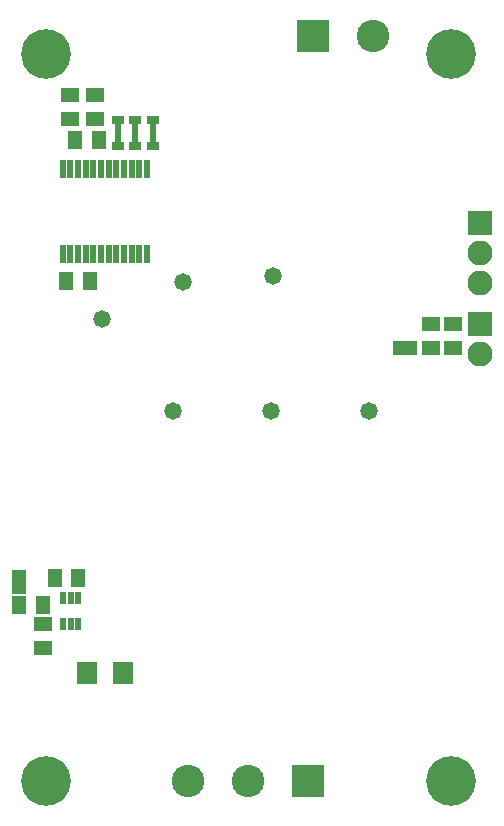
<source format=gbs>
G04*
G04 #@! TF.GenerationSoftware,Altium Limited,Altium Designer,18.1.6 (161)*
G04*
G04 Layer_Color=16711935*
%FSLAX25Y25*%
%MOIN*%
G70*
G01*
G75*
%ADD27R,0.04737X0.06115*%
%ADD28R,0.07887X0.04737*%
%ADD32R,0.06115X0.04737*%
%ADD34R,0.04737X0.07887*%
%ADD40C,0.10800*%
%ADD41R,0.10800X0.10800*%
%ADD42C,0.16548*%
%ADD43R,0.08300X0.08300*%
%ADD44C,0.08300*%
%ADD45C,0.05800*%
%ADD68R,0.02375X0.06312*%
%ADD69R,0.07099X0.07493*%
%ADD70R,0.03950X0.02769*%
%ADD71R,0.02375X0.11036*%
%ADD72R,0.02178X0.04147*%
D27*
X164400Y316721D02*
D03*
X172274D02*
D03*
X175137Y363700D02*
D03*
X167263D02*
D03*
X156537Y208900D02*
D03*
X148663D02*
D03*
X168437Y217900D02*
D03*
X160563D02*
D03*
D28*
X277400Y294500D02*
D03*
D32*
X165500Y370944D02*
D03*
Y378818D02*
D03*
X174000Y370863D02*
D03*
Y378737D02*
D03*
X293300Y302537D02*
D03*
Y294663D02*
D03*
X285800Y302537D02*
D03*
Y294663D02*
D03*
X156500Y202437D02*
D03*
Y194563D02*
D03*
D34*
X148663Y216600D02*
D03*
D40*
X205000Y150000D02*
D03*
X225000D02*
D03*
X266532Y398600D02*
D03*
D41*
X245000Y150000D02*
D03*
X246532Y398600D02*
D03*
D42*
X157500Y392500D02*
D03*
X292500D02*
D03*
Y150000D02*
D03*
X157500D02*
D03*
D43*
X302300Y302600D02*
D03*
Y336000D02*
D03*
D44*
Y292600D02*
D03*
Y316000D02*
D03*
Y326000D02*
D03*
D45*
X176192Y304100D02*
D03*
X233200Y318600D02*
D03*
X203200Y316400D02*
D03*
X265400Y273500D02*
D03*
X232700D02*
D03*
X200000D02*
D03*
D68*
X191275Y325727D02*
D03*
X188716D02*
D03*
X186157D02*
D03*
X183598D02*
D03*
X181039D02*
D03*
X178480D02*
D03*
X175920D02*
D03*
X173361D02*
D03*
X170802D02*
D03*
X168243D02*
D03*
X165684D02*
D03*
X163125D02*
D03*
X191275Y354073D02*
D03*
X188716D02*
D03*
X186157D02*
D03*
X183598D02*
D03*
X181039D02*
D03*
X178480D02*
D03*
X175920D02*
D03*
X173361D02*
D03*
X170802D02*
D03*
X168243D02*
D03*
X165684D02*
D03*
X163125D02*
D03*
D69*
X183205Y186100D02*
D03*
X171395D02*
D03*
D70*
X193306Y370631D02*
D03*
Y361969D02*
D03*
X187400D02*
D03*
X187401Y370631D02*
D03*
X181494Y361969D02*
D03*
Y370631D02*
D03*
D71*
X187400Y366300D02*
D03*
X181494D02*
D03*
X193306D02*
D03*
D72*
X163241Y211131D02*
D03*
X165800D02*
D03*
X168359D02*
D03*
Y202469D02*
D03*
X165800D02*
D03*
X163241D02*
D03*
M02*

</source>
